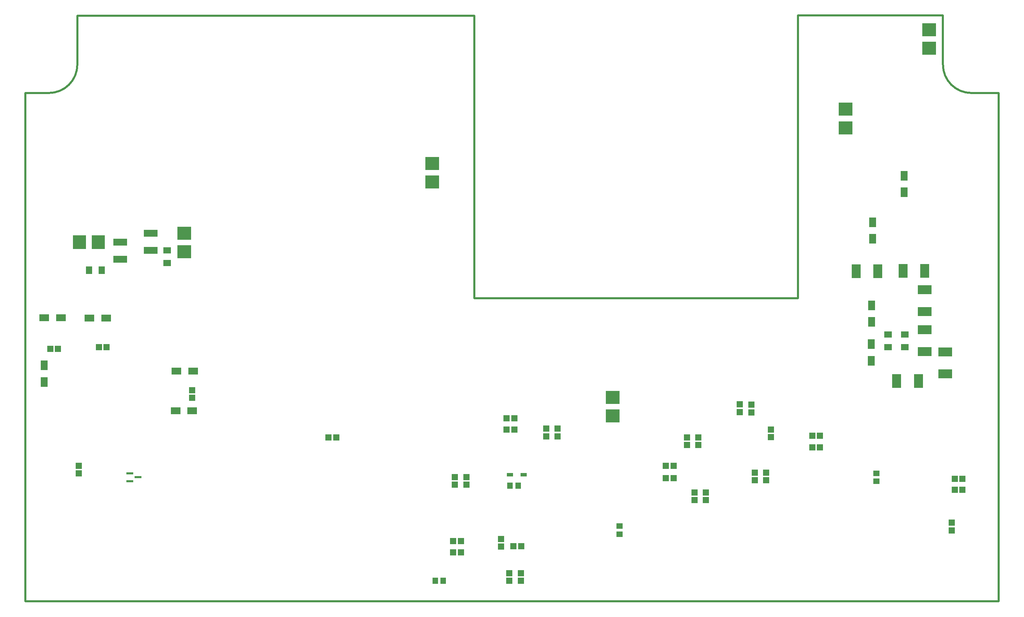
<source format=gbp>
G04*
G04 #@! TF.GenerationSoftware,Altium Limited,Altium Designer,22.6.1 (34)*
G04*
G04 Layer_Color=128*
%FSLAX43Y43*%
%MOMM*%
G71*
G04*
G04 #@! TF.SameCoordinates,15A2616C-5F2C-4B92-8F69-33DD5233AD97*
G04*
G04*
G04 #@! TF.FilePolarity,Positive*
G04*
G01*
G75*
%ADD10C,0.500*%
%ADD28R,1.600X0.850*%
%ADD29R,3.500X2.200*%
%ADD30R,3.500X3.200*%
%ADD41R,1.500X1.600*%
%ADD45R,1.500X1.900*%
%ADD46R,1.900X1.500*%
%ADD47R,1.500X1.400*%
%ADD48R,1.400X1.500*%
%ADD49R,1.600X1.500*%
%ADD50R,1.800X2.400*%
%ADD52R,2.400X1.800*%
%ADD53R,1.800X0.600*%
%ADD156R,3.500X1.800*%
%ADD157R,2.200X3.500*%
%ADD158R,3.200X3.500*%
D10*
X326840Y252840D02*
G03*
X333840Y245840I7000J0D01*
G01*
X105835D02*
G03*
X112835Y252840I0J7000D01*
G01*
X100000Y245840D02*
X100000Y120000D01*
X291000Y265000D02*
X326840Y265000D01*
Y252840D02*
Y265000D01*
X112835Y252840D02*
Y264980D01*
X100000Y245840D02*
X105835D01*
X112835Y264980D02*
X211000D01*
X100000Y120000D02*
X340611D01*
X340581Y245840D02*
X340611Y120000D01*
X333840Y245840D02*
X340581D01*
X291000Y194980D02*
Y264980D01*
X211000Y194980D02*
X291000D01*
X211000D02*
Y264980D01*
D28*
X223200Y151300D02*
D03*
X219800D02*
D03*
D29*
X327430Y176300D02*
D03*
X327430Y181700D02*
D03*
X322300Y191700D02*
D03*
X322300Y197100D02*
D03*
X322300Y181800D02*
D03*
X322300Y187200D02*
D03*
D30*
X245200Y165900D02*
D03*
X245200Y170500D02*
D03*
X200600Y223800D02*
D03*
X323400Y261500D02*
D03*
X323400Y256900D02*
D03*
X302800Y241800D02*
D03*
X302800Y237200D02*
D03*
X139300Y211100D02*
D03*
X139300Y206500D02*
D03*
X200600Y228400D02*
D03*
D41*
X220650Y133600D02*
D03*
X222550Y133600D02*
D03*
X220850Y165300D02*
D03*
X218950Y165300D02*
D03*
X220850Y162500D02*
D03*
X218950D02*
D03*
X207650Y134900D02*
D03*
X205750D02*
D03*
X207650Y132100D02*
D03*
X205750D02*
D03*
X174950Y160600D02*
D03*
X176850D02*
D03*
X120050Y182900D02*
D03*
X118150D02*
D03*
X331650Y150300D02*
D03*
X329750Y150300D02*
D03*
X331650Y147600D02*
D03*
X329750Y147600D02*
D03*
X106150Y182500D02*
D03*
X108050Y182500D02*
D03*
X294550Y158100D02*
D03*
X296450D02*
D03*
X260250Y153500D02*
D03*
X258350Y153500D02*
D03*
X260250Y150500D02*
D03*
X258350Y150500D02*
D03*
X296450Y161000D02*
D03*
X294550D02*
D03*
D45*
X118850Y202000D02*
D03*
X115750Y202000D02*
D03*
D46*
X313300Y186050D02*
D03*
X313300Y182950D02*
D03*
X317400Y186050D02*
D03*
X317400Y182950D02*
D03*
X135000Y203750D02*
D03*
X135000Y206850D02*
D03*
D47*
X310400Y151700D02*
D03*
X310400Y149700D02*
D03*
X246900Y138600D02*
D03*
Y136600D02*
D03*
D48*
X201300Y125100D02*
D03*
X203300D02*
D03*
X221800Y148660D02*
D03*
X219800D02*
D03*
D49*
X113200Y151650D02*
D03*
Y153550D02*
D03*
X141200Y170350D02*
D03*
X141200Y172250D02*
D03*
X276600Y166850D02*
D03*
Y168750D02*
D03*
X266346Y160596D02*
D03*
X266346Y158696D02*
D03*
X263546Y160596D02*
D03*
X263546Y158696D02*
D03*
X329000Y137550D02*
D03*
Y139450D02*
D03*
X265450Y145050D02*
D03*
X265450Y146950D02*
D03*
X268250Y145050D02*
D03*
X268250Y146950D02*
D03*
X280300Y149950D02*
D03*
X280300Y151850D02*
D03*
X283100Y149950D02*
D03*
X283100Y151850D02*
D03*
X217600Y133550D02*
D03*
X217600Y135450D02*
D03*
X222500Y126950D02*
D03*
X222500Y125050D02*
D03*
X219650Y126975D02*
D03*
X219650Y125075D02*
D03*
X209000Y148850D02*
D03*
X209000Y150750D02*
D03*
X206200Y148850D02*
D03*
Y150750D02*
D03*
X279500Y168650D02*
D03*
X279500Y166750D02*
D03*
X284300Y160650D02*
D03*
X284300Y162550D02*
D03*
X231600Y160850D02*
D03*
X231600Y162750D02*
D03*
X228800Y160850D02*
D03*
X228800Y162750D02*
D03*
D50*
X317200Y221250D02*
D03*
Y225350D02*
D03*
X309175Y193282D02*
D03*
Y189182D02*
D03*
X309100Y179550D02*
D03*
Y183650D02*
D03*
X309414Y213818D02*
D03*
Y209718D02*
D03*
X104650Y174309D02*
D03*
Y178410D02*
D03*
D52*
X108750Y190200D02*
D03*
X104650D02*
D03*
X137350Y177000D02*
D03*
X141450D02*
D03*
X137150Y167200D02*
D03*
X141250D02*
D03*
X115850Y190100D02*
D03*
X119950D02*
D03*
D53*
X125800Y149750D02*
D03*
Y151650D02*
D03*
X127800Y150700D02*
D03*
D156*
X123400Y208900D02*
D03*
X123400Y204700D02*
D03*
X131000Y206900D02*
D03*
X131000Y211100D02*
D03*
D157*
X322354Y201816D02*
D03*
X316954Y201816D02*
D03*
X310754Y201716D02*
D03*
X305354Y201716D02*
D03*
X315400Y174500D02*
D03*
X320800Y174500D02*
D03*
D158*
X113400Y208900D02*
D03*
X118000Y208900D02*
D03*
M02*

</source>
